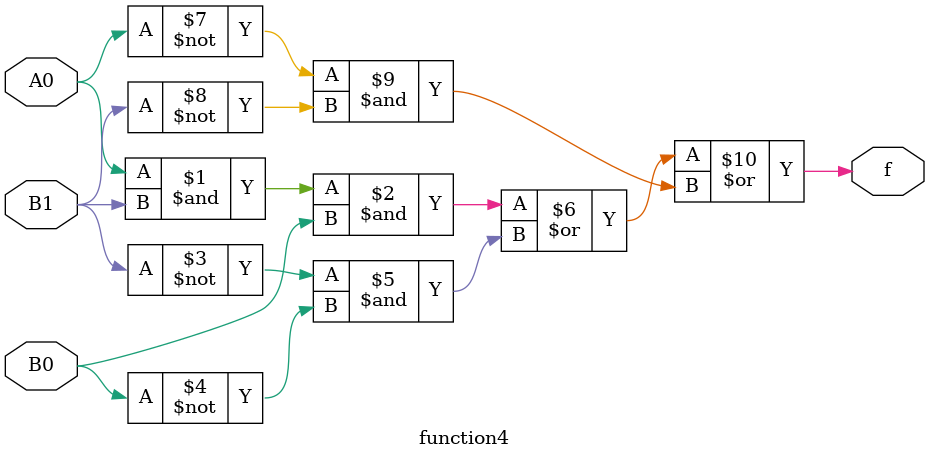
<source format=v>
module function4(A0,B0,B1,f);
    input A0,B0,B1;
    output f;
    assign f = (A0&B1&B0)|(~B1&~B0)|(~A0&~B1);
endmodule

</source>
